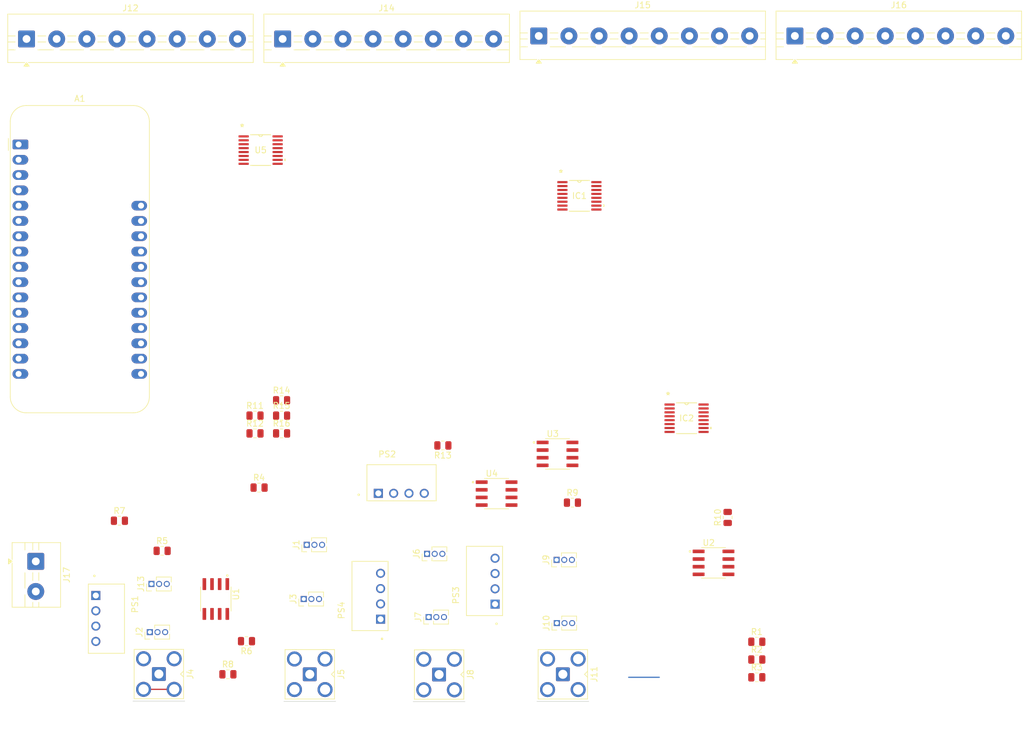
<source format=kicad_pcb>
(kicad_pcb (version 20241229) (generator "pcbnew") (generator_version "9.0")
  (layers (0 "F.Cu" signal) (2 "B.Cu" signal) (13 "F.Paste" user) (15 "B.Paste" user) (5 "F.SilkS" user "F.Silkscreen") (7 "B.SilkS" user "B.Silkscreen") (1 "F.Mask" user) (3 "B.Mask" user) (25 "Edge.Cuts" user))
  (net 0 "")
  (net 4 "Net-(A1-A8{slash}IO15)")
  (net 5 "Net-(A1-IO36{slash}A4)")
  (net 6 "Net-(A1-TX{slash}IO17)")
  (net 7 "VCC")
  (net 8 "Net-(A1-A10{slash}IO27)")
  (net 9 "Net-(A1-A11{slash}IO12)")
  (net 14 "Net-(A1-A9{slash}IO33)")
  (net 15 "Net-(A1-A6{slash}IO14)")
  (net 19 "Net-(A1-RX{slash}IO16)")
  (net 20 "Net-(A1-IO4{slash}A5)")
  (net 23 "Net-(A1-A7{slash}IO32)")
  (net 24 "GND")
  (net 29 "Net-(U1-ASDA)")
  (net 30 "Net-(U1-ACLK)")
  (net 31 "Net-(U4-ACLK)")
  (net 32 "Net-(U3-ACLK)")
  (net 33 "Net-(U4-ASDA)")
  (net 34 "Net-(U2-ACLK)")
  (net 35 "Net-(U3-ASDA)")
  (net 36 "Net-(U2-ASDA)")
  (net 37 "Net-(IC1-2B1)")
  (net 38 "Net-(IC1-2B4)")
  (net 39 "Net-(IC1-2B2)")
  (net 40 "Net-(IC1-1B2)")
  (net 41 "Net-(IC1-2B3)")
  (net 42 "Net-(IC1-1B1)")
  (net 43 "Net-(IC1-1B3)")
  (net 44 "Net-(IC1-1B4)")
  (net 45 "Net-(J1-Pin_3)")
  (net 46 "Net-(J1-Pin_1)")
  (net 47 "Net-(J1-Pin_2)")
  (net 48 "Net-(J2-Pin_1)")
  (net 49 "Net-(J2-Pin_3)")
  (net 50 "Net-(J2-Pin_2)")
  (net 51 "Net-(J3-Pin_2)")
  (net 52 "Net-(J3-Pin_1)")
  (net 53 "Net-(J3-Pin_3)")
  (net 54 "Net-(J6-Pin_3)")
  (net 55 "Net-(J6-Pin_2)")
  (net 56 "Net-(J6-Pin_1)")
  (net 57 "Net-(J7-Pin_3)")
  (net 58 "Net-(J7-Pin_1)")
  (net 59 "Net-(J7-Pin_2)")
  (net 60 "Net-(J9-Pin_2)")
  (net 61 "Net-(J9-Pin_1)")
  (net 62 "Net-(J9-Pin_3)")
  (net 63 "Net-(J10-Pin_3)")
  (net 64 "Net-(J10-Pin_1)")
  (net 65 "Net-(J10-Pin_2)")
  (net 66 "Net-(J12-Pin_2)")
  (net 67 "Net-(IC2-1B1)")
  (net 68 "Net-(J12-Pin_1)")
  (net 69 "Net-(J13-Pin_3)")
  (net 70 "Net-(J13-Pin_1)")
  (net 71 "Net-(J13-Pin_2)")
  (net 72 "Net-(IC2-1B2)")
  (net 73 "Net-(IC2-1B3)")
  (net 74 "Net-(IC2-1B4)")
  (footprint "Connector_PinHeader_1.27mm:PinHeader_1x03_P1.27mm_Vertical" (layer "F.Cu") (at 64.5 111.5 90)
    (property "Reference" "J3" (at 0 -1.745 90) (layer "F.SilkS"))
    (property "Value" "Conn_01x03")
    (pad "1" thru_hole rect (at 0 0 90) (size 1 1) (drill 0.65) (layers "*.Cu" "*.Mask") (net 52 "Net-(J3-Pin_1)"))
    (pad "2" thru_hole circle (at 0 1.27 90) (size 1 1) (drill 0.65) (layers "*.Cu" "*.Mask") (net 51 "Net-(J3-Pin_2)"))
    (pad "3" thru_hole circle (at 0 2.54 90) (size 1 1) (drill 0.65) (layers "*.Cu" "*.Mask") (net 53 "Net-(J3-Pin_3)"))
  )
  (footprint "Connector_PinHeader_1.27mm:PinHeader_1x03_P1.27mm_Vertical" (layer "F.Cu") (at 65 102.5 90)
    (property "Reference" "J1" (at 0 -1.745 90) (layer "F.SilkS"))
    (property "Value" "Conn_01x03")
    (pad "1" thru_hole rect (at 0 0 90) (size 1 1) (drill 0.65) (layers "*.Cu" "*.Mask") (net 46 "Net-(J1-Pin_1)"))
    (pad "2" thru_hole circle (at 0 1.27 90) (size 1 1) (drill 0.65) (layers "*.Cu" "*.Mask") (net 47 "Net-(J1-Pin_2)"))
    (pad "3" thru_hole circle (at 0 2.54 90) (size 1 1) (drill 0.65) (layers "*.Cu" "*.Mask") (net 45 "Net-(J1-Pin_3)"))
  )
  (footprint "TerminalBlock:TerminalBlock_MaiXu_MX126-5.0-02P_1x02_P5.00mm" (layer "F.Cu") (at 20.0325 105.25 -90)
    (property "Reference" "J17" (at 2.25 -5.12 90) (layer "F.SilkS"))
    (property "Value" "Screw_Terminal_01x02")
    (pad "1" thru_hole roundrect (at 0 0 270) (size 2.8 2.8) (drill 1.3) (layers "*.Cu" "*.Mask") (roundrect_rratio 0.089286) (net 66 "Net-(J12-Pin_2)"))
    (pad "2" thru_hole circle (at 5 0 270) (size 2.8 2.8) (drill 1.3) (layers "*.Cu" "*.Mask") (net 68 "Net-(J12-Pin_1)"))
  )
  (footprint "Connector_PinHeader_1.27mm:PinHeader_1x03_P1.27mm_Vertical" (layer "F.Cu") (at 85.23 114.5 90)
    (property "Reference" "J7" (at 0 -1.745 90) (layer "F.SilkS"))
    (property "Value" "Conn_01x03")
    (pad "1" thru_hole rect (at 0 0 90) (size 1 1) (drill 0.65) (layers "*.Cu" "*.Mask") (net 58 "Net-(J7-Pin_1)"))
    (pad "2" thru_hole circle (at 0 1.27 90) (size 1 1) (drill 0.65) (layers "*.Cu" "*.Mask") (net 59 "Net-(J7-Pin_2)"))
    (pad "3" thru_hole circle (at 0 2.54 90) (size 1 1) (drill 0.65) (layers "*.Cu" "*.Mask") (net 57 "Net-(J7-Pin_3)"))
  )
  (footprint "Resistor_SMD:R_0805_2012Metric" (layer "F.Cu") (at 60.8225 84)
    (property "Reference" "R16" (at 0 -1.65 0) (layer "F.SilkS"))
    (property "Value" "10K")
    (pad "1" smd roundrect (at -0.9125 0) (size 1.025 1.4) (layers "F.Cu" "F.Mask" "F.Paste") (roundrect_rratio 0.243902) (net 61 "Net-(J9-Pin_1)"))
    (pad "2" smd roundrect (at 0.9125 0) (size 1.025 1.4) (layers "F.Cu" "F.Mask" "F.Paste") (roundrect_rratio 0.243902) (net 60 "Net-(J9-Pin_2)"))
  )
  (footprint "Resistor_SMD:R_0805_2012Metric" (layer "F.Cu") (at 51.9125 124)
    (property "Reference" "R8" (at 0 -1.65 0) (layer "F.SilkS"))
    (property "Value" "10K")
    (pad "1" smd roundrect (at -0.9125 0) (size 1.025 1.4) (layers "F.Cu" "F.Mask" "F.Paste") (roundrect_rratio 0.243902) (net 46 "Net-(J1-Pin_1)"))
    (pad "2" smd roundrect (at 0.9125 0) (size 1.025 1.4) (layers "F.Cu" "F.Mask" "F.Paste") (roundrect_rratio 0.243902) (net 47 "Net-(J1-Pin_2)"))
  )
  (footprint "Resistor_SMD:R_0805_2012Metric" (layer "F.Cu") (at 60.8225 81.05)
    (property "Reference" "R15" (at 0 -1.65 0) (layer "F.SilkS"))
    (property "Value" "10K")
    (pad "1" smd roundrect (at -0.9125 0) (size 1.025 1.4) (layers "F.Cu" "F.Mask" "F.Paste") (roundrect_rratio 0.243902) (net 61 "Net-(J9-Pin_1)"))
    (pad "2" smd roundrect (at 0.9125 0) (size 1.025 1.4) (layers "F.Cu" "F.Mask" "F.Paste") (roundrect_rratio 0.243902) (net 62 "Net-(J9-Pin_3)"))
  )
  (footprint "RFM-0505s:CONV_RFM-0505S" (layer "F.Cu") (at 94.5 108.5 90)
    (property "Reference" "PS3" (at -2.385 -4.745 90) (layer "F.SilkS"))
    (property "Value" "RFM-0505S")
    (pad "1" thru_hole rect (at -3.85 1.75 90) (size 1.508 1.508) (drill 1) (layers "*.Cu" "*.Mask") (net 24 "GND"))
    (pad "2" thru_hole circle (at -1.31 1.75 90) (size 1.508 1.508) (drill 1) (layers "*.Cu" "*.Mask") (net 7 "VCC"))
    (pad "3" thru_hole circle (at 1.23 1.75 90) (size 1.508 1.508) (drill 1) (layers "*.Cu" "*.Mask") (net 58 "Net-(J7-Pin_1)"))
    (pad "4" thru_hole circle (at 3.77 1.75 90) (size 1.508 1.508) (drill 1) (layers "*.Cu" "*.Mask") (net 56 "Net-(J6-Pin_1)"))
  )
  (footprint "Resistor_SMD:R_0805_2012Metric" (layer "F.Cu") (at 87.5875 86 180)
    (property "Reference" "R13" (at 0 -1.65 0) (layer "F.SilkS"))
    (property "Value" "10K")
    (pad "1" smd roundrect (at -0.9125 0 180) (size 1.025 1.4) (layers "F.Cu" "F.Mask" "F.Paste") (roundrect_rratio 0.243902) (net 7 "VCC"))
    (pad "2" smd roundrect (at 0.9125 0 180) (size 1.025 1.4) (layers "F.Cu" "F.Mask" "F.Paste") (roundrect_rratio 0.243902) (net 33 "Net-(U4-ASDA)"))
  )
  (footprint "Connector_Coaxial:SMA_Amphenol_901-143_Horizontal" (layer "F.Cu") (at 86.96 124.04 180)
    (property "Reference" "J8" (at -5.2 0 90) (layer "F.SilkS"))
    (property "Value" "Conn_Coaxial")
    (fp_line (start 4.3 -4.5) (end -4.3 -4.5) (stroke (width 0.1)) (layer "Edge.Cuts"))
    (pad "1" thru_hole roundrect (at 0 0 180) (size 2.3 2.3) (drill 1.5) (layers "*.Cu" "*.Mask") (roundrect_rratio 0.087) (net 59 "Net-(J7-Pin_2)"))
    (pad "2" thru_hole circle (at -2.54 -2.54 180) (size 2.5 2.5) (drill 1.7) (layers "*.Cu" "*.Mask") (net 57 "Net-(J7-Pin_3)"))
    (pad "2" thru_hole circle (at -2.54 2.54 180) (size 2.5 2.5) (drill 1.7) (layers "*.Cu" "*.Mask") (net 57 "Net-(J7-Pin_3)"))
    (pad "2" thru_hole circle (at 2.54 -2.54 180) (size 2.5 2.5) (drill 1.7) (layers "*.Cu" "*.Mask") (net 57 "Net-(J7-Pin_3)"))
    (pad "2" thru_hole circle (at 2.54 2.54 180) (size 2.5 2.5) (drill 1.7) (layers "*.Cu" "*.Mask") (net 57 "Net-(J7-Pin_3)"))
  )
  (footprint "TerminalBlock:TerminalBlock_MaiXu_MX126-5.0-08P_1x08_P5.00mm" (layer "F.Cu") (at 146 18)
    (property "Reference" "J16" (at 17.25 -5.12 0) (layer "F.SilkS"))
    (property "Value" "Screw_Terminal_01x08")
    (pad "1" thru_hole roundrect (at 0 0) (size 2.8 2.8) (drill 1.3) (layers "*.Cu" "*.Mask") (roundrect_rratio 0.089286) (net 68 "Net-(J12-Pin_1)"))
    (pad "2" thru_hole circle (at 5 0) (size 2.8 2.8) (drill 1.3) (layers "*.Cu" "*.Mask") (net 66 "Net-(J12-Pin_2)"))
    (pad "3" thru_hole circle (at 10 0) (size 2.8 2.8) (drill 1.3) (layers "*.Cu" "*.Mask") (net 74 "Net-(IC2-1B4)"))
    (pad "4" thru_hole circle (at 15 0) (size 2.8 2.8) (drill 1.3) (layers "*.Cu" "*.Mask") (net 24 "GND"))
    (pad "5" thru_hole circle (at 20 0) (size 2.8 2.8) (drill 1.3) (layers "*.Cu" "*.Mask") (net 37 "Net-(IC1-2B1)"))
    (pad "6" thru_hole circle (at 25 0) (size 2.8 2.8) (drill 1.3) (layers "*.Cu" "*.Mask") (net 24 "GND"))
    (pad "7" thru_hole circle (at 30 0) (size 2.8 2.8) (drill 1.3) (layers "*.Cu" "*.Mask") (net 42 "Net-(IC1-1B1)"))
    (pad "8" thru_hole circle (at 35 0) (size 2.8 2.8) (drill 1.3) (layers "*.Cu" "*.Mask") (net 24 "GND"))
  )
  (footprint "Connector_Coaxial:SMA_Amphenol_901-143_Horizontal" (layer "F.Cu") (at 65.5 124 180)
    (property "Reference" "J5" (at -5.2 0 90) (layer "F.SilkS"))
    (property "Value" "Conn_Coaxial")
    (fp_line (start 4.3 -4.5) (end -4.3 -4.5) (stroke (width 0.1)) (layer "Edge.Cuts"))
    (pad "1" thru_hole roundrect (at 0 0 180) (size 2.3 2.3) (drill 1.5) (layers "*.Cu" "*.Mask") (roundrect_rratio 0.087) (net 51 "Net-(J3-Pin_2)"))
    (pad "2" thru_hole circle (at -2.54 -2.54 180) (size 2.5 2.5) (drill 1.7) (layers "*.Cu" "*.Mask") (net 53 "Net-(J3-Pin_3)"))
    (pad "2" thru_hole circle (at -2.54 2.54 180) (size 2.5 2.5) (drill 1.7) (layers "*.Cu" "*.Mask") (net 53 "Net-(J3-Pin_3)"))
    (pad "2" thru_hole circle (at 2.54 -2.54 180) (size 2.5 2.5) (drill 1.7) (layers "*.Cu" "*.Mask") (net 53 "Net-(J3-Pin_3)"))
    (pad "2" thru_hole circle (at 2.54 2.54 180) (size 2.5 2.5) (drill 1.7) (layers "*.Cu" "*.Mask") (net 53 "Net-(J3-Pin_3)"))
  )
  (footprint "Connector_Coaxial:SMA_Amphenol_901-143_Horizontal" (layer "F.Cu") (at 107.5 124 180)
    (property "Reference" "J11" (at -5.2 0 90) (layer "F.SilkS"))
    (property "Value" "Conn_Coaxial")
    (fp_line (start 4.3 -4.5) (end -4.3 -4.5) (stroke (width 0.1)) (layer "Edge.Cuts"))
    (pad "1" thru_hole roundrect (at 0 0 180) (size 2.3 2.3) (drill 1.5) (layers "*.Cu" "*.Mask") (roundrect_rratio 0.087) (net 65 "Net-(J10-Pin_2)"))
    (pad "2" thru_hole circle (at -2.54 -2.54 180) (size 2.5 2.5) (drill 1.7) (layers "*.Cu" "*.Mask") (net 63 "Net-(J10-Pin_3)"))
    (pad "2" thru_hole circle (at -2.54 2.54 180) (size 2.5 2.5) (drill 1.7) (layers "*.Cu" "*.Mask") (net 63 "Net-(J10-Pin_3)"))
    (pad "2" thru_hole circle (at 2.54 -2.54 180) (size 2.5 2.5) (drill 1.7) (layers "*.Cu" "*.Mask") (net 63 "Net-(J10-Pin_3)"))
    (pad "2" thru_hole circle (at 2.54 2.54 180) (size 2.5 2.5) (drill 1.7) (layers "*.Cu" "*.Mask") (net 63 "Net-(J10-Pin_3)"))
  )
  (footprint "SI8600-B-IS:SOIC127P600X175-8N" (layer "F.Cu") (at 49.9125 111.5 -90)
    (property "Reference" "U1" (at -0.795 -3.337 90) (layer "F.SilkS"))
    (property "Value" "SI8600AB-B-IS")
    (pad "1" smd roundrect (at -2.475 -1.905 270) (size 1.97 0.6) (layers "F.Cu" "F.Mask" "F.Paste") (roundrect_rratio 0.125) (net 7 "VCC"))
    (pad "2" smd roundrect (at -2.475 -0.635 270) (size 1.97 0.6) (layers "F.Cu" "F.Mask" "F.Paste") (roundrect_rratio 0.125) (net 29 "Net-(U1-ASDA)"))
    (pad "3" smd roundrect (at -2.475 0.635 270) (size 1.97 0.6) (layers "F.Cu" "F.Mask" "F.Paste") (roundrect_rratio 0.125) (net 30 "Net-(U1-ACLK)"))
    (pad "4" smd roundrect (at -2.475 1.905 270) (size 1.97 0.6) (layers "F.Cu" "F.Mask" "F.Paste") (roundrect_rratio 0.125) (net 24 "GND"))
    (pad "5" smd roundrect (at 2.475 1.905 270) (size 1.97 0.6) (layers "F.Cu" "F.Mask" "F.Paste") (roundrect_rratio 0.125) (net 48 "Net-(J2-Pin_1)"))
    (pad "6" smd roundrect (at 2.475 0.635 270) (size 1.97 0.6) (layers "F.Cu" "F.Mask" "F.Paste") (roundrect_rratio 0.125) (net 69 "Net-(J13-Pin_3)"))
    (pad "7" smd roundrect (at 2.475 -0.635 270) (size 1.97 0.6) (layers "F.Cu" "F.Mask" "F.Paste") (roundrect_rratio 0.125) (net 71 "Net-(J13-Pin_2)"))
    (pad "8" smd roundrect (at 2.475 -1.905 270) (size 1.97 0.6) (layers "F.Cu" "F.Mask" "F.Paste") (roundrect_rratio 0.125) (net 70 "Net-(J13-Pin_1)"))
  )
  (footprint "SI8600-B-IS:SOIC127P600X175-8N" (layer "F.Cu") (at 106.6125 87.405)
    (property "Reference" "U3" (at -0.795 -3.337 0) (layer "F.SilkS"))
    (property "Value" "SI8600AB-B-IS")
    (pad "1" smd roundrect (at -2.475 -1.905) (size 1.97 0.6) (layers "F.Cu" "F.Mask" "F.Paste") (roundrect_rratio 0.125) (net 7 "VCC"))
    (pad "2" smd roundrect (at -2.475 -0.635) (size 1.97 0.6) (layers "F.Cu" "F.Mask" "F.Paste") (roundrect_rratio 0.125) (net 35 "Net-(U3-ASDA)"))
    (pad "3" smd roundrect (at -2.475 0.635) (size 1.97 0.6) (layers "F.Cu" "F.Mask" "F.Paste") (roundrect_rratio 0.125) (net 32 "Net-(U3-ACLK)"))
    (pad "4" smd roundrect (at -2.475 1.905) (size 1.97 0.6) (layers "F.Cu" "F.Mask" "F.Paste") (roundrect_rratio 0.125) (net 24 "GND"))
    (pad "5" smd roundrect (at 2.475 1.905) (size 1.97 0.6) (layers "F.Cu" "F.Mask" "F.Paste") (roundrect_rratio 0.125) (net 58 "Net-(J7-Pin_1)"))
    (pad "6" smd roundrect (at 2.475 0.635) (size 1.97 0.6) (layers "F.Cu" "F.Mask" "F.Paste") (roundrect_rratio 0.125) (net 54 "Net-(J6-Pin_3)"))
    (pad "7" smd roundrect (at 2.475 -0.635) (size 1.97 0.6) (layers "F.Cu" "F.Mask" "F.Paste") (roundrect_rratio 0.125) (net 55 "Net-(J6-Pin_2)"))
    (pad "8" smd roundrect (at 2.475 -1.905) (size 1.97 0.6) (layers "F.Cu" "F.Mask" "F.Paste") (roundrect_rratio 0.125) (net 56 "Net-(J6-Pin_1)"))
  )
  (footprint "Connector_PinHeader_1.27mm:PinHeader_1x03_P1.27mm_Vertical" (layer "F.Cu") (at 106.5 115.5 90)
    (property "Reference" "J10" (at 0 -1.745 90) (layer "F.SilkS"))
    (property "Value" "Conn_01x03")
    (pad "1" thru_hole rect (at 0 0 90) (size 1 1) (drill 0.65) (layers "*.Cu" "*.Mask") (net 64 "Net-(J10-Pin_1)"))
    (pad "2" thru_hole circle (at 0 1.27 90) (size 1 1) (drill 0.65) (layers "*.Cu" "*.Mask") (net 65 "Net-(J10-Pin_2)"))
    (pad "3" thru_hole circle (at 0 2.54 90) (size 1 1) (drill 0.65) (layers "*.Cu" "*.Mask") (net 63 "Net-(J10-Pin_3)"))
  )
  (footprint "RFM-0505s:CONV_RFM-0505S" (layer "F.Cu") (at 80.73 92.2)
    (property "Reference" "PS2" (at -2.385 -4.745 0) (layer "F.SilkS"))
    (property "Value" "RFM-0505S")
    (pad "1" thru_hole rect (at -3.85 1.75) (size 1.508 1.508) (drill 1) (layers "*.Cu" "*.Mask") (net 24 "GND"))
    (pad "2" thru_hole circle (at -1.31 1.75) (size 1.508 1.508) (drill 1) (layers "*.Cu" "*.Mask") (net 7 "VCC"))
    (pad "3" thru_hole circle (at 1.23 1.75) (size 1.508 1.508) (drill 1) (layers "*.Cu" "*.Mask") (net 52 "Net-(J3-Pin_1)"))
    (pad "4" thru_hole circle (at 3.77 1.75) (size 1.508 1.508) (drill 1) (layers "*.Cu" "*.Mask") (net 46 "Net-(J1-Pin_1)"))
  )
  (footprint "Module:Adafruit_Feather" (layer "F.Cu") (at 17.18 36.02)
    (property "Reference" "A1" (at 10.16 -7.62 0) (layer "F.SilkS"))
    (property "Value" "Adafruit_Feather_HUZZAH32_ESP32")
    (pad "1" thru_hole roundrect (at 0 0) (size 2.6 1.6) (drill 1 (offset 0.3 0)) (layers "*.Cu" "*.Mask") (roundrect_rratio 0.15625))
    (pad "2" thru_hole oval (at 0 2.54) (size 2.6 1.6) (drill 1 (offset 0.3 0)) (layers "*.Cu" "*.Mask") (net 7 "VCC"))
    (pad "3" thru_hole oval (at 0 5.08) (size 2.6 1.6) (drill 1 (offset 0.3 0)) (layers "*.Cu" "*.Mask"))
    (pad "4" thru_hole oval (at 0 7.62) (size 2.6 1.6) (drill 1 (offset 0.3 0)) (layers "*.Cu" "*.Mask") (net 24 "GND"))
    (pad "5" thru_hole oval (at 0 10.16) (size 2.6 1.6) (drill 1 (offset 0.3 0)) (layers "*.Cu" "*.Mask"))
    (pad "6" thru_hole oval (at 0 12.7) (size 2.6 1.6) (drill 1 (offset 0.3 0)) (layers "*.Cu" "*.Mask"))
    (pad "7" thru_hole oval (at 0 15.24) (size 2.6 1.6) (drill 1 (offset 0.3 0)) (layers "*.Cu" "*.Mask"))
    (pad "8" thru_hole oval (at 0 17.78) (size 2.6 1.6) (drill 1 (offset 0.3 0)) (layers "*.Cu" "*.Mask"))
    (pad "9" thru_hole oval (at 0 20.32) (size 2.6 1.6) (drill 1 (offset 0.3 0)) (layers "*.Cu" "*.Mask") (net 5 "Net-(A1-IO36{slash}A4)"))
    (pad "10" thru_hole oval (at 0 22.86) (size 2.6 1.6) (drill 1 (offset 0.3 0)) (layers "*.Cu" "*.Mask") (net 20 "Net-(A1-IO4{slash}A5)"))
    (pad "11" thru_hole oval (at 0 25.4) (size 2.6 1.6) (drill 1 (offset 0.3 0)) (layers "*.Cu" "*.Mask"))
    (pad "12" thru_hole oval (at 0 27.94) (size 2.6 1.6) (drill 1 (offset 0.3 0)) (layers "*.Cu" "*.Mask"))
    (pad "13" thru_hole oval (at 0 30.48) (size 2.6 1.6) (drill 1 (offset 0.3 0)) (layers "*.Cu" "*.Mask"))
    (pad "14" thru_hole oval (at 0 33.02) (size 2.6 1.6) (drill 1 (offset 0.3 0)) (layers "*.Cu" "*.Mask") (net 19 "Net-(A1-RX{slash}IO16)"))
    (pad "15" thru_hole oval (at 0 35.56) (size 2.6 1.6) (drill 1 (offset 0.3 0)) (layers "*.Cu" "*.Mask") (net 6 "Net-(A1-TX{slash}IO17)"))
    (pad "16" thru_hole oval (at 0 38.1) (size 2.6 1.6) (drill 1 (offset 0.3 0)) (layers "*.Cu" "*.Mask"))
    (pad "17" thru_hole oval (at 20.32 38.1 180) (size 2.6 1.6) (drill 1 (offset 0.3 0)) (layers "*.Cu" "*.Mask"))
    (pad "18" thru_hole oval (at 20.32 35.56 180) (size 2.6 1.6) (drill 1 (offset 0.3 0)) (layers "*.Cu" "*.Mask"))
    (pad "19" thru_hole oval (at 20.32 33.02 180) (size 2.6 1.6) (drill 1 (offset 0.3 0)) (layers "*.Cu" "*.Mask") (net 15 "Net-(A1-A6{slash}IO14)"))
    (pad "20" thru_hole oval (at 20.32 30.48 180) (size 2.6 1.6) (drill 1 (offset 0.3 0)) (layers "*.Cu" "*.Mask") (net 23 "Net-(A1-A7{slash}IO32)"))
    (pad "21" thru_hole oval (at 20.32 27.94 180) (size 2.6 1.6) (drill 1 (offset 0.3 0)) (layers "*.Cu" "*.Mask") (net 4 "Net-(A1-A8{slash}IO15)"))
    (pad "22" thru_hole oval (at 20.32 25.4 180) (size 2.6 1.6) (drill 1 (offset 0.3 0)) (layers "*.Cu" "*.Mask") (net 14 "Net-(A1-A9{slash}IO33)"))
    (pad "23" thru_hole oval (at 20.32 22.86 180) (size 2.6 1.6) (drill 1 (offset 0.3 0)) (layers "*.Cu" "*.Mask") (net 8 "Net-(A1-A10{slash}IO27)"))
    (pad "24" thru_hole oval (at 20.32 20.32 180) (size 2.6 1.6) (drill 1 (offset 0.3 0)) (layers "*.Cu" "*.Mask") (net 9 "Net-(A1-A11{slash}IO12)"))
    (pad "25" thru_hole oval (at 20.32 17.78 180) (size 2.6 1.6) (drill 1 (offset 0.3 0)) (layers "*.Cu" "*.Mask"))
    (pad "26" thru_hole oval (at 20.32 15.24 180) (size 2.6 1.6) (drill 1 (offset 0.3 0)) (layers "*.Cu" "*.Mask"))
    (pad "27" thru_hole oval (at 20.32 12.7 180) (size 2.6 1.6) (drill 1 (offset 0.3 0)) (layers "*.Cu" "*.Mask"))
    (pad "28" thru_hole oval (at 20.32 10.16 180) (size 2.6 1.6) (drill 1 (offset 0.3 0)) (layers "*.Cu" "*.Mask"))
  )
  (footprint "TerminalBlock:TerminalBlock_MaiXu_MX126-5.0-08P_1x08_P5.00mm" (layer "F.Cu") (at 103.5 18)
    (property "Reference" "J15" (at 17.25 -5.12 0) (layer "F.SilkS"))
    (property "Value" "Screw_Terminal_01x08")
    (pad "1" thru_hole roundrect (at 0 0) (size 2.8 2.8) (drill 1.3) (layers "*.Cu" "*.Mask") (roundrect_rratio 0.089286) (net 68 "Net-(J12-Pin_1)"))
    (pad "2" thru_hole circle (at 5 0) (size 2.8 2.8) (drill 1.3) (layers "*.Cu" "*.Mask") (net 66 "Net-(J12-Pin_2)"))
    (pad "3" thru_hole circle (at 10 0) (size 2.8 2.8) (drill 1.3) (layers "*.Cu" "*.Mask") (net 73 "Net-(IC2-1B3)"))
    (pad "4" thru_hole circle (at 15 0) (size 2.8 2.8) (drill 1.3) (layers "*.Cu" "*.Mask") (net 24 "GND"))
    (pad "5" thru_hole circle (at 20 0) (size 2.8 2.8) (drill 1.3) (layers "*.Cu" "*.Mask") (net 39 "Net-(IC1-2B2)"))
    (pad "6" thru_hole circle (at 25 0) (size 2.8 2.8) (drill 1.3) (layers "*.Cu" "*.Mask") (net 24 "GND"))
    (pad "7" thru_hole circle (at 30 0) (size 2.8 2.8) (drill 1.3) (layers "*.Cu" "*.Mask") (net 40 "Net-(IC1-1B2)"))
    (pad "8" thru_hole circle (at 35 0) (size 2.8 2.8) (drill 1.3) (layers "*.Cu" "*.Mask") (net 24 "GND"))
  )
  (footprint "RFM-0505s:CONV_RFM-0505S" (layer "F.Cu") (at 75.5 111 90)
    (property "Reference" "PS4" (at -2.385 -4.745 90) (layer "F.SilkS"))
    (property "Value" "RFM-0505S")
    (pad "1" thru_hole rect (at -3.85 1.75 90) (size 1.508 1.508) (drill 1) (layers "*.Cu" "*.Mask") (net 24 "GND"))
    (pad "2" thru_hole circle (at -1.31 1.75 90) (size 1.508 1.508) (drill 1) (layers "*.Cu" "*.Mask") (net 7 "VCC"))
    (pad "3" thru_hole circle (at 1.23 1.75 90) (size 1.508 1.508) (drill 1) (layers "*.Cu" "*.Mask") (net 64 "Net-(J10-Pin_1)"))
    (pad "4" thru_hole circle (at 3.77 1.75 90) (size 1.508 1.508) (drill 1) (layers "*.Cu" "*.Mask") (net 61 "Net-(J9-Pin_1)"))
  )
  (footprint "Resistor_SMD:R_0805_2012Metric" (layer "F.Cu") (at 109.0875 95.5)
    (property "Reference" "R9" (at 0 -1.65 0) (layer "F.SilkS"))
    (property "Value" "10K")
    (pad "1" smd roundrect (at -0.9125 0) (size 1.025 1.4) (layers "F.Cu" "F.Mask" "F.Paste") (roundrect_rratio 0.243902) (net 7 "VCC"))
    (pad "2" smd roundrect (at 0.9125 0) (size 1.025 1.4) (layers "F.Cu" "F.Mask" "F.Paste") (roundrect_rratio 0.243902) (net 35 "Net-(U3-ASDA)"))
  )
  (footprint "Resistor_SMD:R_0805_2012Metric" (layer "F.Cu") (at 57.0875 93)
    (property "Reference" "R4" (at 0 -1.65 0) (layer "F.SilkS"))
    (property "Value" "10K")
    (pad "1" smd roundrect (at -0.9125 0) (size 1.025 1.4) (layers "F.Cu" "F.Mask" "F.Paste") (roundrect_rratio 0.243902) (net 7 "VCC"))
    (pad "2" smd roundrect (at 0.9125 0) (size 1.025 1.4) (layers "F.Cu" "F.Mask" "F.Paste") (roundrect_rratio 0.243902) (net 30 "Net-(U1-ACLK)"))
  )
  (footprint "SI8600-B-IS:SOIC127P600X175-8N" (layer "F.Cu") (at 96.5 94)
    (property "Reference" "U4" (at -0.795 -3.337 0) (layer "F.SilkS"))
    (property "Value" "SI8600AB-B-IS")
    (pad "1" smd roundrect (at -2.475 -1.905) (size 1.97 0.6) (layers "F.Cu" "F.Mask" "F.Paste") (roundrect_rratio 0.125) (net 7 "VCC"))
    (pad "2" smd roundrect (at -2.475 -0.635) (size 1.97 0.6) (layers "F.Cu" "F.Mask" "F.Paste") (roundrect_rratio 0.125) (net 33 "Net-(U4-ASDA)"))
    (pad "3" smd roundrect (at -2.475 0.635) (size 1.97 0.6) (layers "F.Cu" "F.Mask" "F.Paste") (roundrect_rratio 0.125) (net 31 "Net-(U4-ACLK)"))
    (pad "4" smd roundrect (at -2.475 1.905) (size 1.97 0.6) (layers "F.Cu" "F.Mask" "F.Paste") (roundrect_rratio 0.125) (net 24 "GND"))
    (pad "5" smd roundrect (at 2.475 1.905) (size 1.97 0.6) (layers "F.Cu" "F.Mask" "F.Paste") (roundrect_rratio 0.125) (net 64 "Net-(J10-Pin_1)"))
    (pad "6" smd roundrect (at 2.475 0.635) (size 1.97 0.6) (layers "F.Cu" "F.Mask" "F.Paste") (roundrect_rratio 0.125) (net 62 "Net-(J9-Pin_3)"))
    (pad "7" smd roundrect (at 2.475 -0.635) (size 1.97 0.6) (layers "F.Cu" "F.Mask" "F.Paste") (roundrect_rratio 0.125) (net 60 "Net-(J9-Pin_2)"))
    (pad "8" smd roundrect (at 2.475 -1.905) (size 1.97 0.6) (layers "F.Cu" "F.Mask" "F.Paste") (roundrect_rratio 0.125) (net 61 "Net-(J9-Pin_1)"))
  )
  (footprint "SI8600-B-IS:SOIC127P600X175-8N" (layer "F.Cu") (at 132.5 105.5)
    (property "Reference" "U2" (at -0.795 -3.337 0) (layer "F.SilkS"))
    (property "Value" "SI8600AB-B-IS")
    (pad "1" smd roundrect (at -2.475 -1.905) (size 1.97 0.6) (layers "F.Cu" "F.Mask" "F.Paste") (roundrect_rratio 0.125) (net 7 "VCC"))
    (pad "2" smd roundrect (at -2.475 -0.635) (size 1.97 0.6) (layers "F.Cu" "F.Mask" "F.Paste") (roundrect_rratio 0.125) (net 36 "Net-(U2-ASDA)"))
    (pad "3" smd roundrect (at -2.475 0.635) (size 1.97 0.6) (layers "F.Cu" "F.Mask" "F.Paste") (roundrect_rratio 0.125) (net 34 "Net-(U2-ACLK)"))
    (pad "4" smd roundrect (at -2.475 1.905) (size 1.97 0.6) (layers "F.Cu" "F.Mask" "F.Paste") (roundrect_rratio 0.125) (net 24 "GND"))
    (pad "5" smd roundrect (at 2.475 1.905) (size 1.97 0.6) (layers "F.Cu" "F.Mask" "F.Paste") (roundrect_rratio 0.125) (net 52 "Net-(J3-Pin_1)"))
    (pad "6" smd roundrect (at 2.475 0.635) (size 1.97 0.6) (layers "F.Cu" "F.Mask" "F.Paste") (roundrect_rratio 0.125) (net 45 "Net-(J1-Pin_3)"))
    (pad "7" smd roundrect (at 2.475 -0.635) (size 1.97 0.6) (layers "F.Cu" "F.Mask" "F.Paste") (roundrect_rratio 0.125) (net 47 "Net-(J1-Pin_2)"))
    (pad "8" smd roundrect (at 2.475 -1.905) (size 1.97 0.6) (layers "F.Cu" "F.Mask" "F.Paste") (roundrect_rratio 0.125) (net 46 "Net-(J1-Pin_1)"))
  )
  (footprint "ul_SN74LV4052ATPWRQ1:PW16" (layer "F.Cu") (at 110.2428 44.5529)
    (property "Reference" "IC1" (at 0 0 0) (layer "F.SilkS"))
    (property "Value" "SN74CB3Q3253PW")
    (fp_text user "*" (at -3.0734 -3.773601 0) (layer "F.SilkS"))
    (fp_text user "*" (at -3.0734 -3.773601 0) (layer "F.SilkS"))
    (pad "1" smd rect (at -2.8194 -2.274999) (size 1.6764 0.3556) (layers "F.Cu" "F.Mask" "F.Paste") (net 24 "GND"))
    (pad "2" smd rect (at -2.8194 -1.625001) (size 1.6764 0.3556) (layers "F.Cu" "F.Mask" "F.Paste") (net 23 "Net-(A1-A7{slash}IO32)"))
    (pad "3" smd rect (at -2.8194 -0.974999) (size 1.6764 0.3556) (layers "F.Cu" "F.Mask" "F.Paste") (net 44 "Net-(IC1-1B4)"))
    (pad "4" smd rect (at -2.8194 -0.325001) (size 1.6764 0.3556) (layers "F.Cu" "F.Mask" "F.Paste") (net 43 "Net-(IC1-1B3)"))
    (pad "5" smd rect (at -2.8194 0.324998) (size 1.6764 0.3556) (layers "F.Cu" "F.Mask" "F.Paste") (net 40 "Net-(IC1-1B2)"))
    (pad "6" smd rect (at -2.8194 0.974999) (size 1.6764 0.3556) (layers "F.Cu" "F.Mask" "F.Paste") (net 42 "Net-(IC1-1B1)"))
    (pad "7" smd rect (at -2.8194 1.624998) (size 1.6764 0.3556) (layers "F.Cu" "F.Mask" "F.Paste") (net 20 "Net-(A1-IO4{slash}A5)"))
    (pad "8" smd rect (at -2.8194 2.274999) (size 1.6764 0.3556) (layers "F.Cu" "F.Mask" "F.Paste") (net 24 "GND"))
    (pad "9" smd rect (at 2.8194 2.274999) (size 1.6764 0.3556) (layers "F.Cu" "F.Mask" "F.Paste") (net 5 "Net-(A1-IO36{slash}A4)"))
    (pad "10" smd rect (at 2.8194 1.625001) (size 1.6764 0.3556) (layers "F.Cu" "F.Mask" "F.Paste") (net 37 "Net-(IC1-2B1)"))
    (pad "11" smd rect (at 2.8194 0.974999) (size 1.6764 0.3556) (layers "F.Cu" "F.Mask" "F.Paste") (net 39 "Net-(IC1-2B2)"))
    (pad "12" smd rect (at 2.8194 0.325001) (size 1.6764 0.3556) (layers "F.Cu" "F.Mask" "F.Paste") (net 41 "Net-(IC1-2B3)"))
    (pad "13" smd rect (at 2.8194 -0.324998) (size 1.6764 0.3556) (layers "F.Cu" "F.Mask" "F.Paste") (net 38 "Net-(IC1-2B4)"))
    (pad "14" smd rect (at 2.8194 -0.974999) (size 1.6764 0.3556) (layers "F.Cu" "F.Mask" "F.Paste") (net 15 "Net-(A1-A6{slash}IO14)"))
    (pad "15" smd rect (at 2.8194 -1.624998) (size 1.6764 0.3556) (layers "F.Cu" "F.Mask" "F.Paste") (net 24 "GND"))
    (pad "16" smd rect (at 2.8194 -2.274999) (size 1.6764 0.3556) (layers "F.Cu" "F.Mask" "F.Paste") (net 7 "VCC"))
  )
  (footprint "ul_SN74LV4052ATPWRQ1:PW16" (layer "F.Cu") (at 57.3475 36.955)
    (property "Reference" "U5" (at 0 0 0) (layer "F.SilkS"))
    (property "Value" "SN74LV4052ATPWRQ1")
    (fp_text user "*" (at -3.0734 -3.773601 0) (layer "F.SilkS"))
    (fp_text user "*" (at -3.0734 -3.773601 0) (layer "F.SilkS"))
    (pad "1" smd rect (at -2.8194 -2.274999) (size 1.6764 0.3556) (layers "F.Cu" "F.Mask" "F.Paste") (net 30 "Net-(U1-ACLK)"))
    (pad "2" smd rect (at -2.8194 -1.625001) (size 1.6764 0.3556) (layers "F.Cu" "F.Mask" "F.Paste") (net 32 "Net-(U3-ACLK)"))
    (pad "3" smd rect (at -2.8194 -0.974999) (size 1.6764 0.3556) (layers "F.Cu" "F.Mask" "F.Paste") (net 6 "Net-(A1-TX{slash}IO17)"))
    (pad "4" smd rect (at -2.8194 -0.325001) (size 1.6764 0.3556) (layers "F.Cu" "F.Mask" "F.Paste") (net 31 "Net-(U4-ACLK)"))
    (pad "5" smd rect (at -2.8194 0.324998) (size 1.6764 0.3556) (layers "F.Cu" "F.Mask" "F.Paste") (net 34 "Net-(U2-ACLK)"))
    (pad "6" smd rect (at -2.8194 0.974999) (size 1.6764 0.3556) (layers "F.Cu" "F.Mask" "F.Paste") (net 4 "Net-(A1-A8{slash}IO15)"))
    (pad "7" smd rect (at -2.8194 1.624998) (size 1.6764 0.3556) (layers "F.Cu" "F.Mask" "F.Paste") (net 24 "GND"))
    (pad "8" smd rect (at -2.8194 2.274999) (size 1.6764 0.3556) (layers "F.Cu" "F.Mask" "F.Paste") (net 24 "GND"))
    (pad "9" smd rect (at 2.8194 2.274999) (size 1.6764 0.3556) (layers "F.Cu" "F.Mask" "F.Paste") (net 14 "Net-(A1-A9{slash}IO33)"))
    (pad "10" smd rect (at 2.8194 1.625001) (size 1.6764 0.3556) (layers "F.Cu" "F.Mask" "F.Paste") (net 8 "Net-(A1-A10{slash}IO27)"))
    (pad "11" smd rect (at 2.8194 0.974999) (size 1.6764 0.3556) (layers "F.Cu" "F.Mask" "F.Paste") (net 33 "Net-(U4-ASDA)"))
    (pad "12" smd rect (at 2.8194 0.325001) (size 1.6764 0.3556) (layers "F.Cu" "F.Mask" "F.Paste") (net 29 "Net-(U1-ASDA)"))
    (pad "13" smd rect (at 2.8194 -0.324998) (size 1.6764 0.3556) (layers "F.Cu" "F.Mask" "F.Paste") (net 19 "Net-(A1-RX{slash}IO16)"))
    (pad "14" smd rect (at 2.8194 -0.974999) (size 1.6764 0.3556) (layers "F.Cu" "F.Mask" "F.Paste") (net 36 "Net-(U2-ASDA)"))
    (pad "15" smd rect (at 2.8194 -1.624998) (size 1.6764 0.3556) (layers "F.Cu" "F.Mask" "F.Paste") (net 35 "Net-(U3-ASDA)"))
    (pad "16" smd rect (at 2.8194 -2.274999) (size 1.6764 0.3556) (layers "F.Cu" "F.Mask" "F.Paste") (net 7 "VCC"))
  )
  (footprint "Resistor_SMD:R_0805_2012Metric" (layer "F.Cu") (at 139.6825 124.5)
    (property "Reference" "R3" (at 0 -1.65 0) (layer "F.SilkS"))
    (property "Value" "10K")
    (pad "1" smd roundrect (at -0.9125 0) (size 1.025 1.4) (layers "F.Cu" "F.Mask" "F.Paste") (roundrect_rratio 0.243902) (net 7 "VCC"))
    (pad "2" smd roundrect (at 0.9125 0) (size 1.025 1.4) (layers "F.Cu" "F.Mask" "F.Paste") (roundrect_rratio 0.243902) (net 29 "Net-(U1-ASDA)"))
  )
  (footprint "Resistor_SMD:R_0805_2012Metric" (layer "F.Cu") (at 56.4125 81.05)
    (property "Reference" "R11" (at 0 -1.65 0) (layer "F.SilkS"))
    (property "Value" "10K")
    (pad "1" smd roundrect (at -0.9125 0) (size 1.025 1.4) (layers "F.Cu" "F.Mask" "F.Paste") (roundrect_rratio 0.243902) (net 56 "Net-(J6-Pin_1)"))
    (pad "2" smd roundrect (at 0.9125 0) (size 1.025 1.4) (layers "F.Cu" "F.Mask" "F.Paste") (roundrect_rratio 0.243902) (net 54 "Net-(J6-Pin_3)"))
  )
  (footprint "Connector_PinHeader_1.27mm:PinHeader_1x03_P1.27mm_Vertical" (layer "F.Cu") (at 84.96 104 90)
    (property "Reference" "J6" (at 0 -1.745 90) (layer "F.SilkS"))
    (property "Value" "Conn_01x03")
    (pad "1" thru_hole rect (at 0 0 90) (size 1 1) (drill 0.65) (layers "*.Cu" "*.Mask") (net 56 "Net-(J6-Pin_1)"))
    (pad "2" thru_hole circle (at 0 1.27 90) (size 1 1) (drill 0.65) (layers "*.Cu" "*.Mask") (net 55 "Net-(J6-Pin_2)"))
    (pad "3" thru_hole circle (at 0 2.54 90) (size 1 1) (drill 0.65) (layers "*.Cu" "*.Mask") (net 54 "Net-(J6-Pin_3)"))
  )
  (footprint "Resistor_SMD:R_0805_2012Metric" (layer "F.Cu") (at 139.6825 118.6)
    (property "Reference" "R1" (at 0 -1.65 0) (layer "F.SilkS"))
    (property "Value" "10K")
    (pad "1" smd roundrect (at -0.9125 0) (size 1.025 1.4) (layers "F.Cu" "F.Mask" "F.Paste") (roundrect_rratio 0.243902) (net 7 "VCC"))
    (pad "2" smd roundrect (at 0.9125 0) (size 1.025 1.4) (layers "F.Cu" "F.Mask" "F.Paste") (roundrect_rratio 0.243902) (net 36 "Net-(U2-ASDA)"))
  )
  (footprint "Resistor_SMD:R_0805_2012Metric" (layer "F.Cu") (at 139.6825 121.55)
    (property "Reference" "R2" (at 0 -1.65 0) (layer "F.SilkS"))
    (property "Value" "10K")
    (pad "1" smd roundrect (at -0.9125 0) (size 1.025 1.4) (layers "F.Cu" "F.Mask" "F.Paste") (roundrect_rratio 0.243902) (net 7 "VCC"))
    (pad "2" smd roundrect (at 0.9125 0) (size 1.025 1.4) (layers "F.Cu" "F.Mask" "F.Paste") (roundrect_rratio 0.243902) (net 34 "Net-(U2-ACLK)"))
  )
  (footprint "TerminalBlock:TerminalBlock_MaiXu_MX126-5.0-08P_1x08_P5.00mm" (layer "F.Cu") (at 18.5 18.5)
    (property "Reference" "J12" (at 17.25 -5.12 0) (layer "F.SilkS"))
    (property "Value" "Screw_Terminal_01x08")
    (pad "1" thru_hole roundrect (at 0 0) (size 2.8 2.8) (drill 1.3) (layers "*.Cu" "*.Mask") (roundrect_rratio 0.089286) (net 68 "Net-(J12-Pin_1)"))
    (pad "2" thru_hole circle (at 5 0) (size 2.8 2.8) (drill 1.3) (layers "*.Cu" "*.Mask") (net 66 "Net-(J12-Pin_2)"))
    (pad "3" thru_hole circle (at 10 0) (size 2.8 2.8) (drill 1.3) (layers "*.Cu" "*.Mask") (net 67 "Net-(IC2-1B1)"))
    (pad "4" thru_hole circle (at 15 0) (size 2.8 2.8) (drill 1.3) (layers "*.Cu" "*.Mask") (net 24 "GND"))
    (pad "5" thru_hole circle (at 20 0) (size 2.8 2.8) (drill 1.3) (layers "*.Cu" "*.Mask") (net 38 "Net-(IC1-2B4)"))
    (pad "6" thru_hole circle (at 25 0) (size 2.8 2.8) (drill 1.3) (layers "*.Cu" "*.Mask") (net 24 "GND"))
    (pad "7" thru_hole circle (at 30 0) (size 2.8 2.8) (drill 1.3) (layers "*.Cu" "*.Mask") (net 44 "Net-(IC1-1B4)"))
    (pad "8" thru_hole circle (at 35 0) (size 2.8 2.8) (drill 1.3) (layers "*.Cu" "*.Mask") (net 24 "GND"))
  )
  (footprint "Resistor_SMD:R_0805_2012Metric" (layer "F.Cu") (at 56.4125 84)
    (property "Reference" "R12" (at 0 -1.65 0) (layer "F.SilkS"))
    (property "Value" "10K")
    (pad "1" smd roundrect (at -0.9125 0) (size 1.025 1.4) (layers "F.Cu" "F.Mask" "F.Paste") (roundrect_rratio 0.243902) (net 56 "Net-(J6-Pin_1)"))
    (pad "2" smd roundrect (at 0.9125 0) (size 1.025 1.4) (layers "F.Cu" "F.Mask" "F.Paste") (roundrect_rratio 0.243902) (net 55 "Net-(J6-Pin_2)"))
  )
  (footprint "Resistor_SMD:R_0805_2012Metric" (layer "F.Cu") (at 60.8225 78.5)
    (property "Reference" "R14" (at 0 -1.65 0) (layer "F.SilkS"))
    (property "Value" "10K")
    (pad "1" smd roundrect (at -0.9125 0) (size 1.025 1.4) (layers "F.Cu" "F.Mask" "F.Paste") (roundrect_rratio 0.243902) (net 7 "VCC"))
    (pad "2" smd roundrect (at 0.9125 0) (size 1.025 1.4) (layers "F.Cu" "F.Mask" "F.Paste") (roundrect_rratio 0.243902) (net 31 "Net-(U4-ACLK)"))
  )
  (footprint "Resistor_SMD:R_0805_2012Metric" (layer "F.Cu") (at 41 103.5)
    (property "Reference" "R5" (at 0 -1.65 0) (layer "F.SilkS"))
    (property "Value" "10K")
    (pad "1" smd roundrect (at -0.9125 0) (size 1.025 1.4) (layers "F.Cu" "F.Mask" "F.Paste") (roundrect_rratio 0.243902) (net 70 "Net-(J13-Pin_1)"))
    (pad "2" smd roundrect (at 0.9125 0) (size 1.025 1.4) (layers "F.Cu" "F.Mask" "F.Paste") (roundrect_rratio 0.243902) (net 69 "Net-(J13-Pin_3)"))
  )
  (footprint "Resistor_SMD:R_0805_2012Metric" (layer "F.Cu") (at 33.9125 98.5)
    (property "Reference" "R7" (at 0 -1.65 0) (layer "F.SilkS"))
    (property "Value" "10K")
    (pad "1" smd roundrect (at -0.9125 0) (size 1.025 1.4) (layers "F.Cu" "F.Mask" "F.Paste") (roundrect_rratio 0.243902) (net 46 "Net-(J1-Pin_1)"))
    (pad "2" smd roundrect (at 0.9125 0) (size 1.025 1.4) (layers "F.Cu" "F.Mask" "F.Paste") (roundrect_rratio 0.243902) (net 45 "Net-(J1-Pin_3)"))
  )
  (footprint "RFM-0505s:CONV_RFM-0505S" (layer "F.Cu") (at 31.75 114.77 -90)
    (property "Reference" "PS1" (at -2.385 -4.745 90) (layer "F.SilkS"))
    (property "Value" "RFM-0505S")
    (pad "1" thru_hole rect (at -3.85 1.75 270) (size 1.508 1.508) (drill 1) (layers "*.Cu" "*.Mask") (net 24 "GND"))
    (pad "2" thru_hole circle (at -1.31 1.75 270) (size 1.508 1.508) (drill 1) (layers "*.Cu" "*.Mask") (net 7 "VCC"))
    (pad "3" thru_hole circle (at 1.23 1.75 270) (size 1.508 1.508) (drill 1) (layers "*.Cu" "*.Mask") (net 48 "Net-(J2-Pin_1)"))
    (pad "4" thru_hole circle (at 3.77 1.75 270) (size 1.508 1.508) (drill 1) (layers "*.Cu" "*.Mask") (net 70 "Net-(J13-Pin_1)"))
  )
  (footprint "Connector_PinHeader_1.27mm:PinHeader_1x03_P1.27mm_Vertical" (layer "F.Cu") (at 38.96 117 90)
    (property "Reference" "J2" (at 0 -1.745 90) (layer "F.SilkS"))
    (property "Value" "Conn_01x03")
    (pad "1" thru_hole rect (at 0 0 90) (size 1 1) (drill 0.65) (layers "*.Cu" "*.Mask") (net 48 "Net-(J2-Pin_1)"))
    (pad "2" thru_hole circle (at 0 1.27 90) (size 1 1) (drill 0.65) (layers "*.Cu" "*.Mask") (net 50 "Net-(J2-Pin_2)"))
    (pad "3" thru_hole circle (at 0 2.54 90) (size 1 1) (drill 0.65) (layers "*.Cu" "*.Mask") (net 49 "Net-(J2-Pin_3)"))
  )
  (footprint "Connector_Coaxial:SMA_Amphenol_901-143_Horizontal" (layer "F.Cu") (at 40.46 123.96 180)
    (property "Reference" "J4" (at -5.2 0 90) (layer "F.SilkS"))
    (property "Value" "Conn_Coaxial")
    (fp_line (start 4.3 -4.5) (end -4.3 -4.5) (stroke (width 0.1)) (layer "Edge.Cuts"))
    (pad "1" thru_hole roundrect (at 0 0 180) (size 2.3 2.3) (drill 1.5) (layers "*.Cu" "*.Mask") (roundrect_rratio 0.087) (net 50 "Net-(J2-Pin_2)"))
    (pad "2" thru_hole circle (at -2.54 -2.54 180) (size 2.5 2.5) (drill 1.7) (layers "*.Cu" "*.Mask") (net 49 "Net-(J2-Pin_3)"))
    (pad "2" thru_hole circle (at -2.54 2.54 180) (size 2.5 2.5) (drill 1.7) (layers "*.Cu" "*.Mask") (net 49 "Net-(J2-Pin_3)"))
    (pad "2" thru_hole circle (at 2.54 -2.54 180) (size 2.5 2.5) (drill 1.7) (layers "*.Cu" "*.Mask") (net 49 "Net-(J2-Pin_3)"))
    (pad "2" thru_hole circle (at 2.54 2.54 180) (size 2.5 2.5) (drill 1.7) (layers "*.Cu" "*.Mask") (net 49 "Net-(J2-Pin_3)"))
  )
  (footprint "ul_SN74LV4052ATPWRQ1:PW16" (layer "F.Cu") (at 128.0281 81.48)
    (property "Reference" "IC2" (at 0 0 0) (layer "F.SilkS"))
    (property "Value" "SN74CB3Q3253PW")
    (fp_text user "*" (at -3.0734 -3.773601 0) (layer "F.SilkS"))
    (fp_text user "*" (at -3.0734 -3.773601 0) (layer "F.SilkS"))
    (pad "1" smd rect (at -2.8194 -2.274999) (size 1.6764 0.3556) (layers "F.Cu" "F.Mask" "F.Paste") (net 24 "GND"))
    (pad "2" smd rect (at -2.8194 -1.625001) (size 1.6764 0.3556) (layers "F.Cu" "F.Mask" "F.Paste") (net 23 "Net-(A1-A7{slash}IO32)"))
    (pad "3" smd rect (at -2.8194 -0.974999) (size 1.6764 0.3556) (layers "F.Cu" "F.Mask" "F.Paste") (net 74 "Net-(IC2-1B4)"))
    (pad "4" smd rect (at -2.8194 -0.325001) (size 1.6764 0.3556) (layers "F.Cu" "F.Mask" "F.Paste") (net 73 "Net-(IC2-1B3)"))
    (pad "5" smd rect (at -2.8194 0.324998) (size 1.6764 0.3556) (layers "F.Cu" "F.Mask" "F.Paste") (net 72 "Net-(IC2-1B2)"))
    (pad "6" smd rect (at -2.8194 0.974999) (size 1.6764 0.3556) (layers "F.Cu" "F.Mask" "F.Paste") (net 67 "Net-(IC2-1B1)"))
    (pad "7" smd rect (at -2.8194 1.624998) (size 1.6764 0.3556) (layers "F.Cu" "F.Mask" "F.Paste") (net 9 "Net-(A1-A11{slash}IO12)"))
    (pad "8" smd rect (at -2.8194 2.274999) (size 1.6764 0.3556) (layers "F.Cu" "F.Mask" "F.Paste") (net 24 "GND"))
    (pad "9" smd rect (at 2.8194 2.274999) (size 1.6764 0.3556) (layers "F.Cu" "F.Mask" "F.Paste"))
    (pad "10" smd rect (at 2.8194 1.625001) (size 1.6764 0.3556) (layers "F.Cu" "F.Mask" "F.Paste"))
    (pad "11" smd rect (at 2.8194 0.974999) (size 1.6764 0.3556) (layers "F.Cu" "F.Mask" "F.Paste"))
    (pad "12" smd rect (at 2.8194 0.325001) (size 1.6764 0.3556) (layers "F.Cu" "F.Mask" "F.Paste"))
    (pad "13" smd rect (at 2.8194 -0.324998) (size 1.6764 0.3556) (layers "F.Cu" "F.Mask" "F.Paste"))
    (pad "14" smd rect (at 2.8194 -0.974999) (size 1.6764 0.3556) (layers "F.Cu" "F.Mask" "F.Paste") (net 15 "Net-(A1-A6{slash}IO14)"))
    (pad "15" smd rect (at 2.8194 -1.624998) (size 1.6764 0.3556) (layers "F.Cu" "F.Mask" "F.Paste") (net 7 "VCC"))
    (pad "16" smd rect (at 2.8194 -2.274999) (size 1.6764 0.3556) (layers "F.Cu" "F.Mask" "F.Paste") (net 7 "VCC"))
  )
  (footprint "Resistor_SMD:R_0805_2012Metric" (layer "F.Cu") (at 55 118.5 180)
    (property "Reference" "R6" (at 0 -1.65 0) (layer "F.SilkS"))
    (property "Value" "10K")
    (pad "1" smd roundrect (at -0.9125 0 180) (size 1.025 1.4) (layers "F.Cu" "F.Mask" "F.Paste") (roundrect_rratio 0.243902) (net 70 "Net-(J13-Pin_1)"))
    (pad "2" smd roundrect (at 0.9125 0 180) (size 1.025 1.4) (layers "F.Cu" "F.Mask" "F.Paste") (roundrect_rratio 0.243902) (net 71 "Net-(J13-Pin_2)"))
  )
  (footprint "Connector_PinHeader_1.27mm:PinHeader_1x03_P1.27mm_Vertical" (layer "F.Cu") (at 39.23 109 90)
    (property "Reference" "J13" (at 0 -1.745 90) (layer "F.SilkS"))
    (property "Value" "Conn_01x03")
    (pad "1" thru_hole rect (at 0 0 90) (size 1 1) (drill 0.65) (layers "*.Cu" "*.Mask") (net 70 "Net-(J13-Pin_1)"))
    (pad "2" thru_hole circle (at 0 1.27 90) (size 1 1) (drill 0.65) (layers "*.Cu" "*.Mask") (net 71 "Net-(J13-Pin_2)"))
    (pad "3" thru_hole circle (at 0 2.54 90) (size 1 1) (drill 0.65) (layers "*.Cu" "*.Mask") (net 69 "Net-(J13-Pin_3)"))
  )
  (footprint "TerminalBlock:TerminalBlock_MaiXu_MX126-5.0-08P_1x08_P5.00mm" (layer "F.Cu") (at 61 18.5)
    (property "Reference" "J14" (at 17.25 -5.12 0) (layer "F.SilkS"))
    (property "Value" "Screw_Terminal_01x08")
    (pad "1" thru_hole roundrect (at 0 0) (size 2.8 2.8) (drill 1.3) (layers "*.Cu" "*.Mask") (roundrect_rratio 0.089286) (net 68 "Net-(J12-Pin_1)"))
    (pad "2" thru_hole circle (at 5 0) (size 2.8 2.8) (drill 1.3) (layers "*.Cu" "*.Mask") (net 66 "Net-(J12-Pin_2)"))
    (pad "3" thru_hole circle (at 10 0) (size 2.8 2.8) (drill 1.3) (layers "*.Cu" "*.Mask") (net 72 "Net-(IC2-1B2)"))
    (pad "4" thru_hole circle (at 15 0) (size 2.8 2.8) (drill 1.3) (layers "*.Cu" "*.Mask") (net 24 "GND"))
    (pad "5" thru_hole circle (at 20 0) (size 2.8 2.8) (drill 1.3) (layers "*.Cu" "*.Mask") (net 41 "Net-(IC1-2B3)"))
    (pad "6" thru_hole circle (at 25 0) (size 2.8 2.8) (drill 1.3) (layers "*.Cu" "*.Mask") (net 24 "GND"))
    (pad "7" thru_hole circle (at 30 0) (size 2.8 2.8) (drill 1.3) (layers "*.Cu" "*.Mask") (net 43 "Net-(IC1-1B3)"))
    (pad "8" thru_hole circle (at 35 0) (size 2.8 2.8) (drill 1.3) (layers "*.Cu" "*.Mask") (net 24 "GND"))
  )
  (footprint "Connector_PinHeader_1.27mm:PinHeader_1x03_P1.27mm_Vertical" (layer "F.Cu") (at 106.46 105 90)
    (property "Reference" "J9" (at 0 -1.745 90) (layer "F.SilkS"))
    (property "Value" "Conn_01x03")
    (pad "1" thru_hole rect (at 0 0 90) (size 1 1) (drill 0.65) (layers "*.Cu" "*.Mask") (net 61 "Net-(J9-Pin_1)"))
    (pad "2" thru_hole circle (at 0 1.27 90) (size 1 1) (drill 0.65) (layers "*.Cu" "*.Mask") (net 60 "Net-(J9-Pin_2)"))
    (pad "3" thru_hole circle (at 0 2.54 90) (size 1 1) (drill 0.65) (layers "*.Cu" "*.Mask") (net 62 "Net-(J9-Pin_3)"))
  )
  (footprint "Resistor_SMD:R_0805_2012Metric" (layer "F.Cu") (at 134.8475 97.955 90)
    (property "Reference" "R10" (at 0 -1.65 90) (layer "F.SilkS"))
    (property "Value" "10K")
    (pad "1" smd roundrect (at -0.9125 0 90) (size 1.025 1.4) (layers "F.Cu" "F.Mask" "F.Paste") (roundrect_rratio 0.243902) (net 7 "VCC"))
    (pad "2" smd roundrect (at 0.9125 0 90) (size 1.025 1.4) (layers "F.Cu" "F.Mask" "F.Paste") (roundrect_rratio 0.243902) (net 32 "Net-(U3-ACLK)"))
  )
  (segment (start 39 126.5) (end 44.08 126.5) (width 0.2) (layer "F.Cu") (net 49))
  (segment (start 118.42 124.5) (end 123.5 124.5) (width 0.2) (layer "B.Cu") (net 63))
)
</source>
